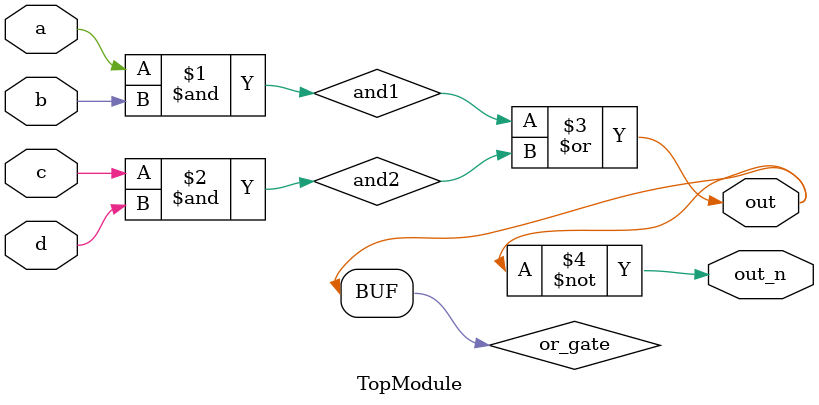
<source format=sv>

module TopModule (
  input a,
  input b,
  input c,
  input d,
  output out,
  output out_n
);
assign and1 = a & b;
assign and2 = c & d;
assign or_gate = and1 | and2;
assign out = or_gate;
assign out_n = ~out;
endmodule

</source>
